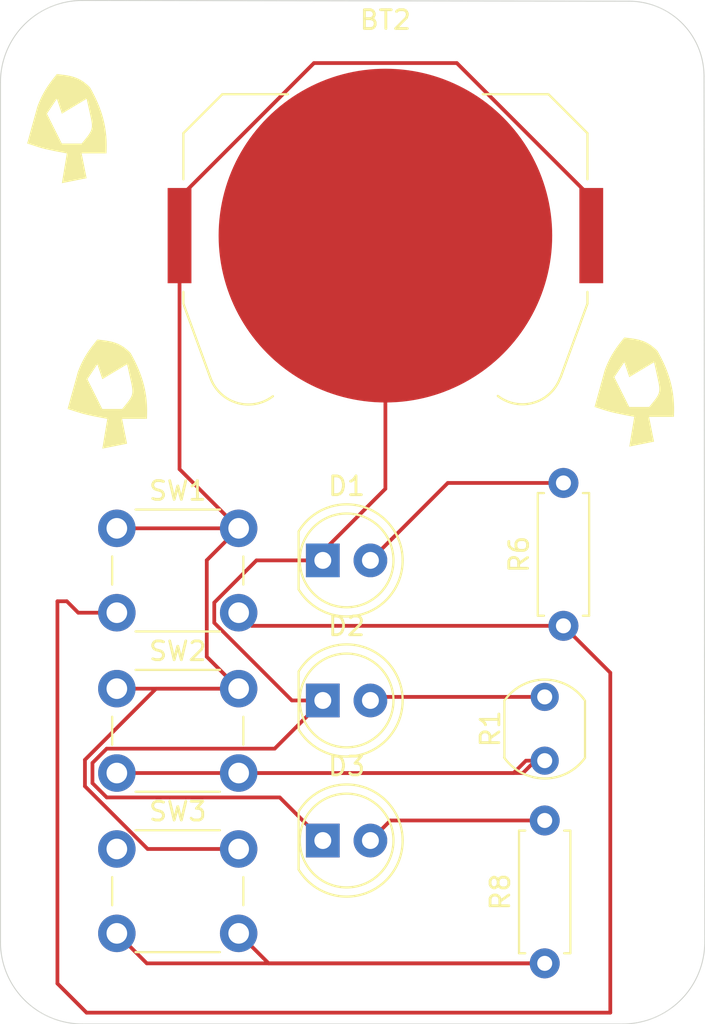
<source format=kicad_pcb>
(kicad_pcb (version 20241229) (generator "pcbnew") (generator_version "9.0")
  (layers (0 "F.Cu" signal) (2 "B.Cu" signal) (13 "F.Paste" user) (15 "B.Paste" user) (5 "F.SilkS" user "F.Silkscreen") (7 "B.SilkS" user "B.Silkscreen") (1 "F.Mask" user) (3 "B.Mask" user) (25 "Edge.Cuts" user))
  (net 0 "")
  (net 1 "Net-(BT2-+)")
  (net 2 "Net-(BT2--)")
  (net 3 "Net-(D1-A)")
  (net 4 "Net-(D2-A)")
  (net 5 "Net-(D3-A)")
  (net 6 "Net-(R1-Pad1)")
  (net 7 "Net-(R6-Pad1)")
  (net 8 "Net-(R8-Pad1)")
  (footprint "Button_Switch_THT:SW_PUSH_6mm" (layer "F.Cu") (at 139.67 101.61)
    (property "Reference" "SW1" (at 3.25 -2 0) (layer "F.SilkS"))
    (property "Value" "SW_Push")
    (fp_line (start -0.25 1.5) (end -0.25 3) (stroke (width 0.12)) (layer "F.SilkS"))
    (fp_line (start 1 5.5) (end 5.5 5.5) (stroke (width 0.12)) (layer "F.SilkS"))
    (fp_line (start 5.5 -1) (end 1 -1) (stroke (width 0.12)) (layer "F.SilkS"))
    (fp_line (start 6.75 3) (end 6.75 1.5) (stroke (width 0.12)) (layer "F.SilkS"))
    (pad "1" thru_hole circle (at 0 0 90) (size 2 2) (drill 1.1) (layers "*.Cu" "*.Mask") (net 1 "Net-(BT2-+)"))
    (pad "1" thru_hole circle (at 6.5 0 90) (size 2 2) (drill 1.1) (layers "*.Cu" "*.Mask") (net 1 "Net-(BT2-+)"))
    (pad "2" thru_hole circle (at 0 4.5 90) (size 2 2) (drill 1.1) (layers "*.Cu" "*.Mask") (net 7 "Net-(R6-Pad1)"))
    (pad "2" thru_hole circle (at 6.5 4.5 90) (size 2 2) (drill 1.1) (layers "*.Cu" "*.Mask") (net 7 "Net-(R6-Pad1)"))
  )
  (footprint "Resistor_THT:R_Axial_DIN0207_L6.3mm_D2.5mm_P7.62mm_Horizontal" (layer "F.Cu") (at 163.5 106.81 90)
    (property "Reference" "R6" (at 3.81 -2.37 90) (layer "F.SilkS"))
    (property "Value" "R")
    (fp_line (start 7.08 -1.37) (end 7.08 -1.04) (stroke (width 0.12)) (layer "F.SilkS"))
    (fp_line (start 0.54 -1.37) (end 7.08 -1.37) (stroke (width 0.12)) (layer "F.SilkS"))
    (fp_line (start 0.54 -1.04) (end 0.54 -1.37) (stroke (width 0.12)) (layer "F.SilkS"))
    (fp_line (start 0.54 1.04) (end 0.54 1.37) (stroke (width 0.12)) (layer "F.SilkS"))
    (fp_line (start 7.08 1.37) (end 7.08 1.04) (stroke (width 0.12)) (layer "F.SilkS"))
    (fp_line (start 0.54 1.37) (end 7.08 1.37) (stroke (width 0.12)) (layer "F.SilkS"))
    (pad "1" thru_hole circle (at 0 0 90) (size 1.6 1.6) (drill 0.8) (layers "*.Cu" "*.Mask") (net 7 "Net-(R6-Pad1)"))
    (pad "2" thru_hole circle (at 7.62 0 90) (size 1.6 1.6) (drill 0.8) (layers "*.Cu" "*.Mask") (net 3 "Net-(D1-A)"))
  )
  (footprint "Button_Switch_THT:SW_PUSH_6mm" (layer "F.Cu") (at 139.67 118.71)
    (property "Reference" "SW3" (at 3.25 -2 0) (layer "F.SilkS"))
    (property "Value" "SW_Push")
    (fp_line (start -0.25 1.5) (end -0.25 3) (stroke (width 0.12)) (layer "F.SilkS"))
    (fp_line (start 1 5.5) (end 5.5 5.5) (stroke (width 0.12)) (layer "F.SilkS"))
    (fp_line (start 5.5 -1) (end 1 -1) (stroke (width 0.12)) (layer "F.SilkS"))
    (fp_line (start 6.75 3) (end 6.75 1.5) (stroke (width 0.12)) (layer "F.SilkS"))
    (pad "1" thru_hole circle (at 0 0 90) (size 2 2) (drill 1.1) (layers "*.Cu" "*.Mask") (net 1 "Net-(BT2-+)"))
    (pad "1" thru_hole circle (at 6.5 0 90) (size 2 2) (drill 1.1) (layers "*.Cu" "*.Mask") (net 1 "Net-(BT2-+)"))
    (pad "2" thru_hole circle (at 0 4.5 90) (size 2 2) (drill 1.1) (layers "*.Cu" "*.Mask") (net 8 "Net-(R8-Pad1)"))
    (pad "2" thru_hole circle (at 6.5 4.5 90) (size 2 2) (drill 1.1) (layers "*.Cu" "*.Mask") (net 8 "Net-(R8-Pad1)"))
  )
  (footprint "LED_THT:LED_D5.0mm" (layer "F.Cu") (at 150.66 118.26)
    (property "Reference" "D3" (at 1.27 -3.96 0) (layer "F.SilkS"))
    (property "Value" "LED")
    (fp_line (start -1.29 -1.545) (end -1.29 1.545) (stroke (width 0.12)) (layer "F.SilkS"))
    (fp_arc (start -1.29 -1.54483) (mid 2.071779 -2.880495) (end 4.26 0) (stroke (width 0.12)) (layer "F.SilkS"))
    (fp_arc (start 4.26 0) (mid 2.071779 2.880495) (end -1.29 1.54483) (stroke (width 0.12)) (layer "F.SilkS"))
    (fp_circle (center 1.27 0) (end 3.77 0) (stroke (width 0.12)) (fill no) (layer "F.SilkS"))
    (pad "1" thru_hole rect (at 0 0) (size 1.8 1.8) (drill 0.9) (layers "*.Cu" "*.Mask") (net 2 "Net-(BT2--)"))
    (pad "2" thru_hole circle (at 2.54 0) (size 1.8 1.8) (drill 0.9) (layers "*.Cu" "*.Mask") (net 5 "Net-(D3-A)"))
  )
  (footprint "LED_THT:LED_D5.0mm" (layer "F.Cu") (at 150.66 103.32)
    (property "Reference" "D1" (at 1.27 -3.96 0) (layer "F.SilkS"))
    (property "Value" "LED")
    (fp_line (start -1.29 -1.545) (end -1.29 1.545) (stroke (width 0.12)) (layer "F.SilkS"))
    (fp_arc (start -1.29 -1.54483) (mid 2.071779 -2.880495) (end 4.26 0) (stroke (width 0.12)) (layer "F.SilkS"))
    (fp_arc (start 4.26 0) (mid 2.071779 2.880495) (end -1.29 1.54483) (stroke (width 0.12)) (layer "F.SilkS"))
    (fp_circle (center 1.27 0) (end 3.77 0) (stroke (width 0.12)) (fill no) (layer "F.SilkS"))
    (pad "1" thru_hole rect (at 0 0) (size 1.8 1.8) (drill 0.9) (layers "*.Cu" "*.Mask") (net 2 "Net-(BT2--)"))
    (pad "2" thru_hole circle (at 2.54 0) (size 1.8 1.8) (drill 0.9) (layers "*.Cu" "*.Mask") (net 3 "Net-(D1-A)"))
  )
  (footprint "LED_THT:LED_D5.0mm" (layer "F.Cu") (at 150.66 110.79)
    (property "Reference" "D2" (at 1.27 -3.96 0) (layer "F.SilkS"))
    (property "Value" "LED")
    (fp_line (start -1.29 -1.545) (end -1.29 1.545) (stroke (width 0.12)) (layer "F.SilkS"))
    (fp_arc (start -1.29 -1.54483) (mid 2.071779 -2.880495) (end 4.26 0) (stroke (width 0.12)) (layer "F.SilkS"))
    (fp_arc (start 4.26 0) (mid 2.071779 2.880495) (end -1.29 1.54483) (stroke (width 0.12)) (layer "F.SilkS"))
    (fp_circle (center 1.27 0) (end 3.77 0) (stroke (width 0.12)) (fill no) (layer "F.SilkS"))
    (pad "1" thru_hole rect (at 0 0) (size 1.8 1.8) (drill 0.9) (layers "*.Cu" "*.Mask") (net 2 "Net-(BT2--)"))
    (pad "2" thru_hole circle (at 2.54 0) (size 1.8 1.8) (drill 0.9) (layers "*.Cu" "*.Mask") (net 4 "Net-(D2-A)"))
  )
  (footprint "Button_Switch_THT:SW_PUSH_6mm" (layer "F.Cu") (at 139.67 110.16)
    (property "Reference" "SW2" (at 3.25 -2 0) (layer "F.SilkS"))
    (property "Value" "SW_Push")
    (fp_line (start -0.25 1.5) (end -0.25 3) (stroke (width 0.12)) (layer "F.SilkS"))
    (fp_line (start 1 5.5) (end 5.5 5.5) (stroke (width 0.12)) (layer "F.SilkS"))
    (fp_line (start 5.5 -1) (end 1 -1) (stroke (width 0.12)) (layer "F.SilkS"))
    (fp_line (start 6.75 3) (end 6.75 1.5) (stroke (width 0.12)) (layer "F.SilkS"))
    (pad "1" thru_hole circle (at 0 0 90) (size 2 2) (drill 1.1) (layers "*.Cu" "*.Mask") (net 1 "Net-(BT2-+)"))
    (pad "1" thru_hole circle (at 6.5 0 90) (size 2 2) (drill 1.1) (layers "*.Cu" "*.Mask") (net 1 "Net-(BT2-+)"))
    (pad "2" thru_hole circle (at 0 4.5 90) (size 2 2) (drill 1.1) (layers "*.Cu" "*.Mask") (net 6 "Net-(R1-Pad1)"))
    (pad "2" thru_hole circle (at 6.5 4.5 90) (size 2 2) (drill 1.1) (layers "*.Cu" "*.Mask") (net 6 "Net-(R1-Pad1)"))
  )
  (footprint "OptoDevice:R_LDR_5.1x4.3mm_P3.4mm_Vertical" (layer "F.Cu") (at 162.5 114 90)
    (property "Reference" "R1" (at 1.7 -2.9 90) (layer "F.SilkS"))
    (property "Value" "R_Photo")
    (fp_line (start 0.15 -2.15) (end 3.2 -2.15) (stroke (width 0.12)) (layer "F.SilkS"))
    (fp_line (start 0.15 2.15) (end 3.2 2.15) (stroke (width 0.12)) (layer "F.SilkS"))
    (fp_arc (start 3.2 -2.15) (mid 4.321403 -0.027338) (end 3.244513 2.118249) (stroke (width 0.12)) (layer "F.SilkS"))
    (fp_arc (start 0.15 2.15) (mid -0.950438 -0.013368) (end 0.171766 -2.165525) (stroke (width 0.12)) (layer "F.SilkS"))
    (pad "1" thru_hole circle (at 0 0 90) (size 1.5 1.5) (drill 0.8) (layers "*.Cu" "*.Mask") (net 6 "Net-(R1-Pad1)"))
    (pad "2" thru_hole circle (at 3.4 0 90) (size 1.5 1.5) (drill 0.8) (layers "*.Cu" "*.Mask") (net 4 "Net-(D2-A)"))
  )
  (footprint "Resistor_THT:R_Axial_DIN0207_L6.3mm_D2.5mm_P7.62mm_Horizontal" (layer "F.Cu") (at 162.5 124.81 90)
    (property "Reference" "R8" (at 3.81 -2.37 90) (layer "F.SilkS"))
    (property "Value" "R")
    (fp_line (start 7.08 -1.37) (end 7.08 -1.04) (stroke (width 0.12)) (layer "F.SilkS"))
    (fp_line (start 0.54 -1.37) (end 7.08 -1.37) (stroke (width 0.12)) (layer "F.SilkS"))
    (fp_line (start 0.54 -1.04) (end 0.54 -1.37) (stroke (width 0.12)) (layer "F.SilkS"))
    (fp_line (start 0.54 1.04) (end 0.54 1.37) (stroke (width 0.12)) (layer "F.SilkS"))
    (fp_line (start 7.08 1.37) (end 7.08 1.04) (stroke (width 0.12)) (layer "F.SilkS"))
    (fp_line (start 0.54 1.37) (end 7.08 1.37) (stroke (width 0.12)) (layer "F.SilkS"))
    (pad "1" thru_hole circle (at 0 0 90) (size 1.6 1.6) (drill 0.8) (layers "*.Cu" "*.Mask") (net 8 "Net-(R8-Pad1)"))
    (pad "2" thru_hole circle (at 7.62 0 90) (size 1.6 1.6) (drill 0.8) (layers "*.Cu" "*.Mask") (net 5 "Net-(D3-A)"))
  )
  (footprint "Battery:BatteryHolder_Keystone_3034_1x20mm" (layer "F.Cu") (at 154 86)
    (property "Reference" "BT2" (at 0 -11.5 0) (layer "F.SilkS"))
    (property "Value" "Battery_Cell")
    (fp_line (start -10.78 -5.46) (end -10.78 -3) (stroke (width 0.12)) (layer "F.SilkS"))
    (fp_line (start -10.78 3) (end -10.78 3.63) (stroke (width 0.12)) (layer "F.SilkS"))
    (fp_line (start -10.78 3.63) (end -9.34 7.58) (stroke (width 0.12)) (layer "F.SilkS"))
    (fp_line (start -8.7 -7.54) (end -10.78 -5.46) (stroke (width 0.12)) (layer "F.SilkS"))
    (fp_line (start -5.2 -7.54) (end -8.7 -7.54) (stroke (width 0.12)) (layer "F.SilkS"))
    (fp_line (start 8.7 -7.54) (end 5.2 -7.54) (stroke (width 0.12)) (layer "F.SilkS"))
    (fp_line (start 8.7 -7.54) (end 10.78 -5.46) (stroke (width 0.12)) (layer "F.SilkS"))
    (fp_line (start 10.78 -5.46) (end 10.78 -3) (stroke (width 0.12)) (layer "F.SilkS"))
    (fp_line (start 10.78 3) (end 10.78 3.63) (stroke (width 0.12)) (layer "F.SilkS"))
    (fp_line (start 10.78 3.63) (end 9.34 7.58) (stroke (width 0.12)) (layer "F.SilkS"))
    (fp_arc (start -6.003354 8.56653) (mid -7.921654 8.918738) (end -9.34 7.58) (stroke (width 0.12)) (layer "F.SilkS"))
    (fp_arc (start 9.325243 7.588169) (mid 7.90634 8.911668) (end 6 8.55) (stroke (width 0.12)) (layer "F.SilkS"))
    (pad "1" smd rect (at -10.985 0) (size 1.27 5.08) (layers "F.Cu" "F.Mask" "F.Paste") (net 1 "Net-(BT2-+)"))
    (pad "1" smd rect (at 10.985 0) (size 1.27 5.08) (layers "F.Cu" "F.Mask" "F.Paste") (net 1 "Net-(BT2-+)"))
    (pad "2" smd circle (at 0 0) (size 17.8 17.8) (layers "F.Cu" "F.Mask") (net 2 "Net-(BT2--)"))
  )
  (gr_poly (pts (xy 137.214135 94.615571) (xy 137.389624 93.987697) (xy 137.58496 93.280763) (xy 137.633807 93.152526) (xy 137.684155 93.029035) (xy 137.736154 92.909827) (xy 137.789952 92.794443) (xy 137.845698 92.682421) (xy 137.903539 92.573301) (xy 137.963624 92.466622) (xy 138.026102 92.361923) (xy 138.091121 92.258742) (xy 138.158829 92.15662) (xy 138.229374 92.055095) (xy 138.302906 91.953707) (xy 138.45952 91.749496) (xy 138.629858 91.540301) (xy 138.906576 91.571945) (xy 139.034324 91.588944) (xy 139.155954 91.607745) (xy 139.272182 91.629109) (xy 139.383727 91.653799) (xy 139.491304 91.682577) (xy 139.59563 91.716207) (xy 139.697423 91.75545) (xy 139.7974 91.801068) (xy 139.896277 91.853825) (xy 139.994771 91.914483) (xy 140.093599 91.983803) (xy 140.193479 92.06255) (xy 140.295126 92.151484) (xy 140.399259 92.251368) (xy 140.517968 92.466631) (xy 140.628297 92.679776) (xy 140.730215 92.891396) (xy 140.823691 93.102085) (xy 140.908694 93.312435) (xy 140.985193 93.52304) (xy 141.053158 93.734494) (xy 141.112557 93.947389) (xy 141.16336 94.162319) (xy 141.205535 94.379877) (xy 141.239053 94.600656) (xy 141.263881 94.82525) (xy 141.27999 95.054251) (xy 141.287349 95.288253) (xy 141.285926 95.52785) (xy 141.275691 95.773634) (xy 139.952774 95.773634) (xy 140.217358 97.096551) (xy 138.894441 97.361134) (xy 139.159025 95.773634) (xy 138.894441 95.723578) (xy 138.894441 95.244467) (xy 139.952774 95.244467) (xy 140.159103 94.993994) (xy 140.241824 94.889256) (xy 140.311758 94.794986) (xy 140.369533 94.708786) (xy 140.394058 94.667963) (xy 140.41578 94.628258) (xy 140.434776 94.589372) (xy 140.451127 94.551004) (xy 140.464911 94.512855) (xy 140.476206 94.474626) (xy 140.485091 94.436016) (xy 140.491645 94.396726) (xy 140.495946 94.356455) (xy 140.498074 94.314905) (xy 140.498107 94.271775) (xy 140.496124 94.226766) (xy 140.492204 94.179577) (xy 140.486424 94.12991) (xy 140.469604 94.021939) (xy 140.446294 93.900456) (xy 140.382722 93.607358) (xy 140.217358 92.863218) (xy 138.894441 93.656968) (xy 138.629858 92.863218) (xy 138.100691 93.656968) (xy 138.894441 95.244467) (xy 138.894441 95.723578) (xy 138.547176 95.657879) (xy 138.123687 95.567704) (xy 137.96785 95.531433) (xy 137.825773 95.494581) (xy 137.679819 95.452304) (xy 137.512355 95.399755) (xy 137.042358 95.244467)) (fill yes) (layer "F.SilkS"))
  (gr_poly (pts (xy 135.055306 80.458951) (xy 135.230795 79.831077) (xy 135.426131 79.124143) (xy 135.474978 78.995906) (xy 135.525326 78.872415) (xy 135.577325 78.753207) (xy 135.631123 78.637823) (xy 135.686869 78.525801) (xy 135.74471 78.416681) (xy 135.804795 78.310002) (xy 135.867273 78.205303) (xy 135.932292 78.102122) (xy 136 78) (xy 136.070545 77.898475) (xy 136.144077 77.797087) (xy 136.300691 77.592876) (xy 136.471029 77.383681) (xy 136.747747 77.415325) (xy 136.875495 77.432324) (xy 136.997125 77.451125) (xy 137.113353 77.472489) (xy 137.224898 77.497179) (xy 137.332475 77.525957) (xy 137.436801 77.559587) (xy 137.538594 77.59883) (xy 137.638571 77.644448) (xy 137.737448 77.697205) (xy 137.835942 77.757863) (xy 137.93477 77.827183) (xy 138.03465 77.90593) (xy 138.136297 77.994864) (xy 138.24043 78.094748) (xy 138.359139 78.310011) (xy 138.469468 78.523156) (xy 138.571386 78.734776) (xy 138.664862 78.945465) (xy 138.749865 79.155815) (xy 138.826364 79.36642) (xy 138.894329 79.577874) (xy 138.953728 79.790769) (xy 139.004531 80.005699) (xy 139.046706 80.223257) (xy 139.080224 80.444036) (xy 139.105052 80.66863) (xy 139.121161 80.897631) (xy 139.12852 81.131633) (xy 139.127097 81.37123) (xy 139.116862 81.617014) (xy 137.793945 81.617014) (xy 138.058529 82.939931) (xy 136.735612 83.204514) (xy 137.000196 81.617014) (xy 136.735612 81.566958) (xy 136.735612 81.087847) (xy 137.793945 81.087847) (xy 138.000274 80.837374) (xy 138.082995 80.732636) (xy 138.152929 80.638366) (xy 138.210704 80.552166) (xy 138.235229 80.511343) (xy 138.256951 80.471638) (xy 138.275947 80.432752) (xy 138.292298 80.394384) (xy 138.306082 80.356235) (xy 138.317377 80.318006) (xy 138.326262 80.279396) (xy 138.332816 80.240106) (xy 138.337117 80.199835) (xy 138.339245 80.158285) (xy 138.339278 80.115155) (xy 138.337295 80.070146) (xy 138.333375 80.022957) (xy 138.327595 79.97329) (xy 138.310775 79.865319) (xy 138.287465 79.743836) (xy 138.223893 79.450738) (xy 138.058529 78.706598) (xy 136.735612 79.500348) (xy 136.471029 78.706598) (xy 135.941862 79.500348) (xy 136.735612 81.087847) (xy 136.735612 81.566958) (xy 136.388347 81.501259) (xy 135.964858 81.411084) (xy 135.809021 81.374813) (xy 135.666944 81.337961) (xy 135.52099 81.295684) (xy 135.353526 81.243135) (xy 134.883529 81.087847)) (fill yes) (layer "F.SilkS"))
  (gr_poly (pts (xy 165.331413 94.508213) (xy 165.506902 93.880339) (xy 165.702238 93.173405) (xy 165.751085 93.045168) (xy 165.801433 92.921677) (xy 165.853432 92.802469) (xy 165.90723 92.687085) (xy 165.962976 92.575063) (xy 166.020817 92.465943) (xy 166.080902 92.359264) (xy 166.14338 92.254565) (xy 166.208399 92.151384) (xy 166.276107 92.049262) (xy 166.346652 91.947737) (xy 166.420184 91.846349) (xy 166.576798 91.642138) (xy 166.747136 91.432943) (xy 167.023854 91.464587) (xy 167.151602 91.481586) (xy 167.273232 91.500387) (xy 167.38946 91.521751) (xy 167.501005 91.546441) (xy 167.608582 91.575219) (xy 167.712908 91.608849) (xy 167.814701 91.648092) (xy 167.914678 91.69371) (xy 168.013555 91.746467) (xy 168.112049 91.807125) (xy 168.210877 91.876445) (xy 168.310757 91.955192) (xy 168.412404 92.044126) (xy 168.516537 92.14401) (xy 168.635246 92.359273) (xy 168.745575 92.572418) (xy 168.847493 92.784038) (xy 168.940969 92.994727) (xy 169.025972 93.205077) (xy 169.102471 93.415682) (xy 169.170436 93.627136) (xy 169.229835 93.840031) (xy 169.280638 94.054961) (xy 169.322813 94.272519) (xy 169.356331 94.493298) (xy 169.381159 94.717892) (xy 169.397268 94.946893) (xy 169.404627 95.180895) (xy 169.403204 95.420492) (xy 169.392969 95.666276) (xy 168.070052 95.666276) (xy 168.334636 96.989193) (xy 167.011719 97.253776) (xy 167.276303 95.666276) (xy 167.011719 95.61622) (xy 167.011719 95.137109) (xy 168.070052 95.137109) (xy 168.276381 94.886636) (xy 168.359102 94.781898) (xy 168.429036 94.687628) (xy 168.486811 94.601428) (xy 168.511336 94.560605) (xy 168.533058 94.5209) (xy 168.552054 94.482014) (xy 168.568405 94.443646) (xy 168.582189 94.405497) (xy 168.593484 94.367268) (xy 168.602369 94.328658) (xy 168.608923 94.289368) (xy 168.613224 94.249097) (xy 168.615352 94.207547) (xy 168.615385 94.164417) (xy 168.613402 94.119408) (xy 168.609482 94.072219) (xy 168.603702 94.022552) (xy 168.586882 93.914581) (xy 168.563572 93.793098) (xy 168.5 93.5) (xy 168.334636 92.75586) (xy 167.011719 93.54961) (xy 166.747136 92.75586) (xy 166.217969 93.54961) (xy 167.011719 95.137109) (xy 167.011719 95.61622) (xy 166.664454 95.550521) (xy 166.240965 95.460346) (xy 166.085128 95.424075) (xy 165.943051 95.387223) (xy 165.797097 95.344946) (xy 165.629633 95.292397) (xy 165.159636 95.137109)) (fill yes) (layer "F.SilkS"))
  (gr_line (start 133.460541 123.67157) (end 133.460541 77.8284) (stroke (width 0.05)) (layer "Edge.Cuts"))
  (gr_line (start 171.039458 123.671573) (end 171 77.5) (stroke (width 0.05)) (layer "Edge.Cuts"))
  (gr_line (start 137.8284 128.039459) (end 166.6716 128.039459) (stroke (width 0.05)) (layer "Edge.Cuts"))
  (gr_line (start 137.828427 73.460542) (end 167 73.5) (stroke (width 0.05)) (layer "Edge.Cuts"))
  (gr_arc (start 167 73.5) (mid 169.828427 74.671573) (end 171 77.5) (stroke (width 0.05)) (layer "Edge.Cuts"))
  (gr_arc (start 171.039459 123.671573) (mid 169.760135 126.760135) (end 166.671573 128.039459) (stroke (width 0.05)) (layer "Edge.Cuts"))
  (gr_arc (start 133.460541 77.828427) (mid 134.739865 74.739865) (end 137.828427 73.460541) (stroke (width 0.05)) (layer "Edge.Cuts"))
  (gr_arc (start 137.828427 128.039459) (mid 134.739865 126.760135) (end 133.460541 123.671573) (stroke (width 0.05)) (layer "Edge.Cuts"))
  (segment (start 143.015 86) (end 143.015 83.972821) (width 0.2) (layer "F.Cu") (net 1))
  (segment (start 144.468 108.458) (end 146.17 110.16) (width 0.2) (layer "F.Cu") (net 1))
  (segment (start 143.015 83.972821) (end 150.188821 76.799) (width 0.2) (layer "F.Cu") (net 1))
  (segment (start 164.985 83.972821) (end 164.985 86) (width 0.2) (layer "F.Cu") (net 1))
  (segment (start 141.313008 118.71) (end 146.17 118.71) (width 0.2) (layer "F.Cu") (net 1))
  (segment (start 146.17 101.61) (end 144.468 103.312) (width 0.2) (layer "F.Cu") (net 1))
  (segment (start 137.968 113.955008) (end 137.968 115.364992) (width 0.2) (layer "F.Cu") (net 1))
  (segment (start 146.17 101.61) (end 143.015 98.455) (width 0.2) (layer "F.Cu") (net 1))
  (segment (start 146.17 110.16) (end 139.67 110.16) (width 0.2) (layer "F.Cu") (net 1))
  (segment (start 146.17 110.16) (end 141.763008 110.16) (width 0.2) (layer "F.Cu") (net 1))
  (segment (start 144.468 103.312) (end 144.468 108.458) (width 0.2) (layer "F.Cu") (net 1))
  (segment (start 141.763008 110.16) (end 137.968 113.955008) (width 0.2) (layer "F.Cu") (net 1))
  (segment (start 143.015 98.455) (end 143.015 86) (width 0.2) (layer "F.Cu") (net 1))
  (segment (start 146.17 101.61) (end 139.67 101.61) (width 0.2) (layer "F.Cu") (net 1))
  (segment (start 150.188821 76.799) (end 157.811179 76.799) (width 0.2) (layer "F.Cu") (net 1))
  (segment (start 157.811179 76.799) (end 164.985 83.972821) (width 0.2) (layer "F.Cu") (net 1))
  (segment (start 137.968 115.364992) (end 141.313008 118.71) (width 0.2) (layer "F.Cu") (net 1))
  (segment (start 139.131108 115.961) (end 148.361 115.961) (width 0.2) (layer "F.Cu") (net 2))
  (segment (start 138.369 115.198892) (end 139.131108 115.961) (width 0.2) (layer "F.Cu") (net 2))
  (segment (start 150.66 110.79) (end 148.091 113.359) (width 0.2) (layer "F.Cu") (net 2))
  (segment (start 148.091 113.359) (end 139.131108 113.359) (width 0.2) (layer "F.Cu") (net 2))
  (segment (start 147.120108 103.32) (end 144.869 105.571108) (width 0.2) (layer "F.Cu") (net 2))
  (segment (start 154 99.5) (end 154 86) (width 0.2) (layer "F.Cu") (net 2))
  (segment (start 138.369 114.121108) (end 138.369 115.198892) (width 0.2) (layer "F.Cu") (net 2))
  (segment (start 148.361 115.961) (end 150.66 118.26) (width 0.2) (layer "F.Cu") (net 2))
  (segment (start 150.66 103.32) (end 147.120108 103.32) (width 0.2) (layer "F.Cu") (net 2))
  (segment (start 144.869 105.571108) (end 144.869 106.648892) (width 0.2) (layer "F.Cu") (net 2))
  (segment (start 139.131108 113.359) (end 138.369 114.121108) (width 0.2) (layer "F.Cu") (net 2))
  (segment (start 149.010108 110.79) (end 150.66 110.79) (width 0.2) (layer "F.Cu") (net 2))
  (segment (start 144.869 106.648892) (end 149.010108 110.79) (width 0.2) (layer "F.Cu") (net 2))
  (segment (start 150.66 102.84) (end 154 99.5) (width 0.2) (layer "F.Cu") (net 2))
  (segment (start 150.66 103.32) (end 150.66 102.84) (width 0.2) (layer "F.Cu") (net 2))
  (segment (start 157.33 99.19) (end 153.2 103.32) (width 0.2) (layer "F.Cu") (net 3))
  (segment (start 163.5 99.19) (end 157.33 99.19) (width 0.2) (layer "F.Cu") (net 3))
  (segment (start 162.5 110.6) (end 153.39 110.6) (width 0.2) (layer "F.Cu") (net 4))
  (segment (start 153.39 110.6) (end 153.2 110.79) (width 0.2) (layer "F.Cu") (net 4))
  (segment (start 154.27 117.19) (end 153.2 118.26) (width 0.2) (layer "F.Cu") (net 5))
  (segment (start 162.5 117.19) (end 154.27 117.19) (width 0.2) (layer "F.Cu") (net 5))
  (segment (start 162.5 114) (end 161.5 114) (width 0.2) (layer "F.Cu") (net 6))
  (segment (start 161.34 114.66) (end 146.17 114.66) (width 0.2) (layer "F.Cu") (net 6))
  (segment (start 162.5 114) (end 162 114) (width 0.2) (layer "F.Cu") (net 6))
  (segment (start 161.5 114) (end 160.84 114.66) (width 0.2) (layer "F.Cu") (net 6))
  (segment (start 160.84 114.66) (end 139.67 114.66) (width 0.2) (layer "F.Cu") (net 6))
  (segment (start 162 114) (end 161.34 114.66) (width 0.2) (layer "F.Cu") (net 6))
  (segment (start 136.5 105.5) (end 137 105.5) (width 0.2) (layer "F.Cu") (net 7))
  (segment (start 163.5 106.81) (end 166 109.31) (width 0.2) (layer "F.Cu") (net 7))
  (segment (start 166 127.438459) (end 138.053859 127.438459) (width 0.2) (layer "F.Cu") (net 7))
  (segment (start 146.87 106.81) (end 146.17 106.11) (width 0.2) (layer "F.Cu") (net 7))
  (segment (start 138.053859 127.438459) (end 136.5 125.8846) (width 0.2) (layer "F.Cu") (net 7))
  (segment (start 137.61 106.11) (end 139.67 106.11) (width 0.2) (layer "F.Cu") (net 7))
  (segment (start 166 109.31) (end 166 127.438459) (width 0.2) (layer "F.Cu") (net 7))
  (segment (start 136.5 125.8846) (end 136.5 105.5) (width 0.2) (layer "F.Cu") (net 7))
  (segment (start 163.5 106.81) (end 146.87 106.81) (width 0.2) (layer "F.Cu") (net 7))
  (segment (start 137 105.5) (end 137.61 106.11) (width 0.2) (layer "F.Cu") (net 7))
  (segment (start 146.17 123.21) (end 146.29 123.21) (width 0.2) (layer "F.Cu") (net 8))
  (segment (start 162.5 124.81) (end 141.27 124.81) (width 0.2) (layer "F.Cu") (net 8))
  (segment (start 162.5 124.81) (end 147.77 124.81) (width 0.2) (layer "F.Cu") (net 8))
  (segment (start 147.77 124.81) (end 146.17 123.21) (width 0.2) (layer "F.Cu") (net 8))
  (segment (start 141.27 124.81) (end 139.67 123.21) (width 0.2) (layer "F.Cu") (net 8))
  (segment (start 146.29 123.21) (end 146.5 123) (width 0.2) (layer "F.Cu") (net 8))
)
</source>
